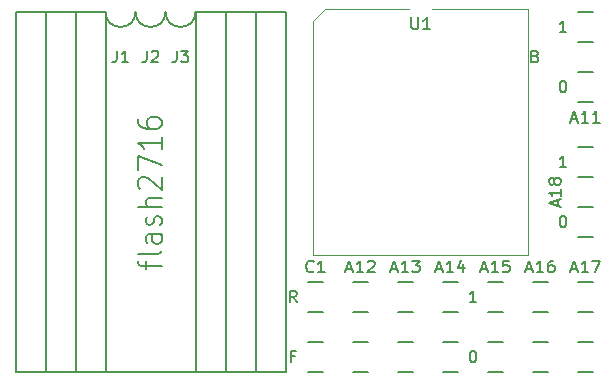
<source format=gto>
G04 #@! TF.GenerationSoftware,KiCad,Pcbnew,8.0.4*
G04 #@! TF.CreationDate,2024-11-26T19:46:24-06:00*
G04 #@! TF.ProjectId,Flash-2716,466c6173-682d-4323-9731-362e6b696361,rev?*
G04 #@! TF.SameCoordinates,Original*
G04 #@! TF.FileFunction,Legend,Top*
G04 #@! TF.FilePolarity,Positive*
%FSLAX46Y46*%
G04 Gerber Fmt 4.6, Leading zero omitted, Abs format (unit mm)*
G04 Created by KiCad (PCBNEW 8.0.4) date 2024-11-26 19:46:24*
%MOMM*%
%LPD*%
G01*
G04 APERTURE LIST*
%ADD10C,0.150000*%
%ADD11C,0.177800*%
%ADD12C,0.120000*%
%ADD13C,1.700000*%
%ADD14O,1.700000X1.700000*%
%ADD15R,1.600000X1.600000*%
%ADD16O,1.600000X1.600000*%
%ADD17R,1.700000X1.700000*%
%ADD18R,1.422400X1.422400*%
%ADD19C,1.422400*%
%ADD20O,1.422400X1.422400*%
G04 APERTURE END LIST*
D10*
X132715000Y-97790000D02*
X133985000Y-97790000D01*
X147955000Y-86360000D02*
X149225000Y-86360000D01*
X123190000Y-74930000D02*
X123190000Y-105410000D01*
X147955000Y-77470000D02*
X149225000Y-77470000D01*
X100330000Y-74930000D02*
X100330000Y-105410000D01*
X147955000Y-91440000D02*
X149225000Y-91440000D01*
X113030000Y-74930000D02*
G75*
G02*
X110490000Y-74930000I-1270000J0D01*
G01*
X105410000Y-74930000D02*
X105410000Y-105410000D01*
X110490000Y-74930000D02*
G75*
G02*
X107950000Y-74930000I-1270000J0D01*
G01*
X147955000Y-93980000D02*
X149225000Y-93980000D01*
X120650000Y-74930000D02*
X120650000Y-105410000D01*
X125095000Y-105410000D02*
X126365000Y-105410000D01*
X147955000Y-97790000D02*
X149225000Y-97790000D01*
X132715000Y-105410000D02*
X133985000Y-105410000D01*
X147955000Y-80010000D02*
X149225000Y-80010000D01*
X140335000Y-105410000D02*
X141605000Y-105410000D01*
X102870000Y-74930000D02*
X102870000Y-105410000D01*
X115570000Y-74930000D02*
X123190000Y-74930000D01*
X100330000Y-74930000D02*
X107950000Y-74930000D01*
X140335000Y-102870000D02*
X141605000Y-102870000D01*
X136525000Y-97790000D02*
X137795000Y-97790000D01*
X140335000Y-97790000D02*
X141605000Y-97790000D01*
X147955000Y-100330000D02*
X149225000Y-100330000D01*
X147955000Y-88900000D02*
X149225000Y-88900000D01*
X147955000Y-74930000D02*
X149225000Y-74930000D01*
X144145000Y-105410000D02*
X145415000Y-105410000D01*
X115570000Y-74930000D02*
X115570000Y-105410000D01*
X118110000Y-74930000D02*
X118110000Y-105410000D01*
X125095000Y-97790000D02*
X126365000Y-97790000D01*
X144145000Y-102870000D02*
X145415000Y-102870000D01*
X147955000Y-82550000D02*
X149225000Y-82550000D01*
X128905000Y-97790000D02*
X130175000Y-97790000D01*
X128905000Y-105410000D02*
X130175000Y-105410000D01*
X136525000Y-100330000D02*
X137795000Y-100330000D01*
X100330000Y-105410000D02*
X123190000Y-105410000D01*
X128905000Y-100330000D02*
X130175000Y-100330000D01*
X144145000Y-97790000D02*
X145415000Y-97790000D01*
X125095000Y-102870000D02*
X126365000Y-102870000D01*
X136525000Y-105410000D02*
X137795000Y-105410000D01*
X140335000Y-100330000D02*
X141605000Y-100330000D01*
X136525000Y-102870000D02*
X137795000Y-102870000D01*
X132715000Y-102870000D02*
X133985000Y-102870000D01*
X147955000Y-102870000D02*
X149225000Y-102870000D01*
X125095000Y-100330000D02*
X126365000Y-100330000D01*
X107950000Y-74930000D02*
X107950000Y-105410000D01*
X115570000Y-74930000D02*
G75*
G02*
X113030000Y-74930000I-1270000J0D01*
G01*
X147955000Y-105410000D02*
X149225000Y-105410000D01*
X144145000Y-100330000D02*
X145415000Y-100330000D01*
X132715000Y-100330000D02*
X133985000Y-100330000D01*
X128905000Y-102870000D02*
X130175000Y-102870000D01*
X146970714Y-76654819D02*
X146399286Y-76654819D01*
X146685000Y-76654819D02*
X146685000Y-75654819D01*
X146685000Y-75654819D02*
X146589762Y-75797676D01*
X146589762Y-75797676D02*
X146494524Y-75892914D01*
X146494524Y-75892914D02*
X146399286Y-75940533D01*
X123967857Y-104071009D02*
X123634524Y-104071009D01*
X123634524Y-104594819D02*
X123634524Y-103594819D01*
X123634524Y-103594819D02*
X124110714Y-103594819D01*
X146970714Y-88084819D02*
X146399286Y-88084819D01*
X146685000Y-88084819D02*
X146685000Y-87084819D01*
X146685000Y-87084819D02*
X146589762Y-87227676D01*
X146589762Y-87227676D02*
X146494524Y-87322914D01*
X146494524Y-87322914D02*
X146399286Y-87370533D01*
X139017381Y-103594819D02*
X139112619Y-103594819D01*
X139112619Y-103594819D02*
X139207857Y-103642438D01*
X139207857Y-103642438D02*
X139255476Y-103690057D01*
X139255476Y-103690057D02*
X139303095Y-103785295D01*
X139303095Y-103785295D02*
X139350714Y-103975771D01*
X139350714Y-103975771D02*
X139350714Y-104213866D01*
X139350714Y-104213866D02*
X139303095Y-104404342D01*
X139303095Y-104404342D02*
X139255476Y-104499580D01*
X139255476Y-104499580D02*
X139207857Y-104547200D01*
X139207857Y-104547200D02*
X139112619Y-104594819D01*
X139112619Y-104594819D02*
X139017381Y-104594819D01*
X139017381Y-104594819D02*
X138922143Y-104547200D01*
X138922143Y-104547200D02*
X138874524Y-104499580D01*
X138874524Y-104499580D02*
X138826905Y-104404342D01*
X138826905Y-104404342D02*
X138779286Y-104213866D01*
X138779286Y-104213866D02*
X138779286Y-103975771D01*
X138779286Y-103975771D02*
X138826905Y-103785295D01*
X138826905Y-103785295D02*
X138874524Y-103690057D01*
X138874524Y-103690057D02*
X138922143Y-103642438D01*
X138922143Y-103642438D02*
X139017381Y-103594819D01*
X144343428Y-78671009D02*
X144486285Y-78718628D01*
X144486285Y-78718628D02*
X144533904Y-78766247D01*
X144533904Y-78766247D02*
X144581523Y-78861485D01*
X144581523Y-78861485D02*
X144581523Y-79004342D01*
X144581523Y-79004342D02*
X144533904Y-79099580D01*
X144533904Y-79099580D02*
X144486285Y-79147200D01*
X144486285Y-79147200D02*
X144391047Y-79194819D01*
X144391047Y-79194819D02*
X144010095Y-79194819D01*
X144010095Y-79194819D02*
X144010095Y-78194819D01*
X144010095Y-78194819D02*
X144343428Y-78194819D01*
X144343428Y-78194819D02*
X144438666Y-78242438D01*
X144438666Y-78242438D02*
X144486285Y-78290057D01*
X144486285Y-78290057D02*
X144533904Y-78385295D01*
X144533904Y-78385295D02*
X144533904Y-78480533D01*
X144533904Y-78480533D02*
X144486285Y-78575771D01*
X144486285Y-78575771D02*
X144438666Y-78623390D01*
X144438666Y-78623390D02*
X144343428Y-78671009D01*
X144343428Y-78671009D02*
X144010095Y-78671009D01*
D11*
X111336129Y-96689332D02*
X111336129Y-96011999D01*
X112690795Y-96435332D02*
X110949081Y-96435332D01*
X110949081Y-96435332D02*
X110755557Y-96350666D01*
X110755557Y-96350666D02*
X110658795Y-96181332D01*
X110658795Y-96181332D02*
X110658795Y-96011999D01*
X112690795Y-95165332D02*
X112594034Y-95334666D01*
X112594034Y-95334666D02*
X112400510Y-95419332D01*
X112400510Y-95419332D02*
X110658795Y-95419332D01*
X112690795Y-93725999D02*
X111626414Y-93725999D01*
X111626414Y-93725999D02*
X111432891Y-93810666D01*
X111432891Y-93810666D02*
X111336129Y-93979999D01*
X111336129Y-93979999D02*
X111336129Y-94318666D01*
X111336129Y-94318666D02*
X111432891Y-94487999D01*
X112594034Y-93725999D02*
X112690795Y-93895333D01*
X112690795Y-93895333D02*
X112690795Y-94318666D01*
X112690795Y-94318666D02*
X112594034Y-94487999D01*
X112594034Y-94487999D02*
X112400510Y-94572666D01*
X112400510Y-94572666D02*
X112206986Y-94572666D01*
X112206986Y-94572666D02*
X112013462Y-94487999D01*
X112013462Y-94487999D02*
X111916700Y-94318666D01*
X111916700Y-94318666D02*
X111916700Y-93895333D01*
X111916700Y-93895333D02*
X111819938Y-93725999D01*
X112594034Y-92963999D02*
X112690795Y-92794666D01*
X112690795Y-92794666D02*
X112690795Y-92455999D01*
X112690795Y-92455999D02*
X112594034Y-92286666D01*
X112594034Y-92286666D02*
X112400510Y-92201999D01*
X112400510Y-92201999D02*
X112303748Y-92201999D01*
X112303748Y-92201999D02*
X112110224Y-92286666D01*
X112110224Y-92286666D02*
X112013462Y-92455999D01*
X112013462Y-92455999D02*
X112013462Y-92709999D01*
X112013462Y-92709999D02*
X111916700Y-92879332D01*
X111916700Y-92879332D02*
X111723176Y-92963999D01*
X111723176Y-92963999D02*
X111626414Y-92963999D01*
X111626414Y-92963999D02*
X111432891Y-92879332D01*
X111432891Y-92879332D02*
X111336129Y-92709999D01*
X111336129Y-92709999D02*
X111336129Y-92455999D01*
X111336129Y-92455999D02*
X111432891Y-92286666D01*
X112690795Y-91439999D02*
X110658795Y-91439999D01*
X112690795Y-90677999D02*
X111626414Y-90677999D01*
X111626414Y-90677999D02*
X111432891Y-90762666D01*
X111432891Y-90762666D02*
X111336129Y-90931999D01*
X111336129Y-90931999D02*
X111336129Y-91185999D01*
X111336129Y-91185999D02*
X111432891Y-91355333D01*
X111432891Y-91355333D02*
X111529653Y-91439999D01*
X110852319Y-89915999D02*
X110755557Y-89831332D01*
X110755557Y-89831332D02*
X110658795Y-89661999D01*
X110658795Y-89661999D02*
X110658795Y-89238666D01*
X110658795Y-89238666D02*
X110755557Y-89069332D01*
X110755557Y-89069332D02*
X110852319Y-88984666D01*
X110852319Y-88984666D02*
X111045843Y-88899999D01*
X111045843Y-88899999D02*
X111239367Y-88899999D01*
X111239367Y-88899999D02*
X111529653Y-88984666D01*
X111529653Y-88984666D02*
X112690795Y-90000666D01*
X112690795Y-90000666D02*
X112690795Y-88899999D01*
X110658795Y-88307333D02*
X110658795Y-87121999D01*
X110658795Y-87121999D02*
X112690795Y-87883999D01*
X112690795Y-85513333D02*
X112690795Y-86529333D01*
X112690795Y-86021333D02*
X110658795Y-86021333D01*
X110658795Y-86021333D02*
X110949081Y-86190666D01*
X110949081Y-86190666D02*
X111142605Y-86360000D01*
X111142605Y-86360000D02*
X111239367Y-86529333D01*
X110658795Y-83989333D02*
X110658795Y-84328000D01*
X110658795Y-84328000D02*
X110755557Y-84497333D01*
X110755557Y-84497333D02*
X110852319Y-84582000D01*
X110852319Y-84582000D02*
X111142605Y-84751333D01*
X111142605Y-84751333D02*
X111529653Y-84836000D01*
X111529653Y-84836000D02*
X112303748Y-84836000D01*
X112303748Y-84836000D02*
X112497272Y-84751333D01*
X112497272Y-84751333D02*
X112594034Y-84666667D01*
X112594034Y-84666667D02*
X112690795Y-84497333D01*
X112690795Y-84497333D02*
X112690795Y-84158667D01*
X112690795Y-84158667D02*
X112594034Y-83989333D01*
X112594034Y-83989333D02*
X112497272Y-83904667D01*
X112497272Y-83904667D02*
X112303748Y-83820000D01*
X112303748Y-83820000D02*
X111819938Y-83820000D01*
X111819938Y-83820000D02*
X111626414Y-83904667D01*
X111626414Y-83904667D02*
X111529653Y-83989333D01*
X111529653Y-83989333D02*
X111432891Y-84158667D01*
X111432891Y-84158667D02*
X111432891Y-84497333D01*
X111432891Y-84497333D02*
X111529653Y-84666667D01*
X111529653Y-84666667D02*
X111626414Y-84751333D01*
X111626414Y-84751333D02*
X111819938Y-84836000D01*
D10*
X108886666Y-78194819D02*
X108886666Y-78909104D01*
X108886666Y-78909104D02*
X108839047Y-79051961D01*
X108839047Y-79051961D02*
X108743809Y-79147200D01*
X108743809Y-79147200D02*
X108600952Y-79194819D01*
X108600952Y-79194819D02*
X108505714Y-79194819D01*
X109886666Y-79194819D02*
X109315238Y-79194819D01*
X109600952Y-79194819D02*
X109600952Y-78194819D01*
X109600952Y-78194819D02*
X109505714Y-78337676D01*
X109505714Y-78337676D02*
X109410476Y-78432914D01*
X109410476Y-78432914D02*
X109315238Y-78480533D01*
X146637381Y-80734819D02*
X146732619Y-80734819D01*
X146732619Y-80734819D02*
X146827857Y-80782438D01*
X146827857Y-80782438D02*
X146875476Y-80830057D01*
X146875476Y-80830057D02*
X146923095Y-80925295D01*
X146923095Y-80925295D02*
X146970714Y-81115771D01*
X146970714Y-81115771D02*
X146970714Y-81353866D01*
X146970714Y-81353866D02*
X146923095Y-81544342D01*
X146923095Y-81544342D02*
X146875476Y-81639580D01*
X146875476Y-81639580D02*
X146827857Y-81687200D01*
X146827857Y-81687200D02*
X146732619Y-81734819D01*
X146732619Y-81734819D02*
X146637381Y-81734819D01*
X146637381Y-81734819D02*
X146542143Y-81687200D01*
X146542143Y-81687200D02*
X146494524Y-81639580D01*
X146494524Y-81639580D02*
X146446905Y-81544342D01*
X146446905Y-81544342D02*
X146399286Y-81353866D01*
X146399286Y-81353866D02*
X146399286Y-81115771D01*
X146399286Y-81115771D02*
X146446905Y-80925295D01*
X146446905Y-80925295D02*
X146494524Y-80830057D01*
X146494524Y-80830057D02*
X146542143Y-80782438D01*
X146542143Y-80782438D02*
X146637381Y-80734819D01*
X139350714Y-99514819D02*
X138779286Y-99514819D01*
X139065000Y-99514819D02*
X139065000Y-98514819D01*
X139065000Y-98514819D02*
X138969762Y-98657676D01*
X138969762Y-98657676D02*
X138874524Y-98752914D01*
X138874524Y-98752914D02*
X138779286Y-98800533D01*
X124134523Y-99514819D02*
X123801190Y-99038628D01*
X123563095Y-99514819D02*
X123563095Y-98514819D01*
X123563095Y-98514819D02*
X123944047Y-98514819D01*
X123944047Y-98514819D02*
X124039285Y-98562438D01*
X124039285Y-98562438D02*
X124086904Y-98610057D01*
X124086904Y-98610057D02*
X124134523Y-98705295D01*
X124134523Y-98705295D02*
X124134523Y-98848152D01*
X124134523Y-98848152D02*
X124086904Y-98943390D01*
X124086904Y-98943390D02*
X124039285Y-98991009D01*
X124039285Y-98991009D02*
X123944047Y-99038628D01*
X123944047Y-99038628D02*
X123563095Y-99038628D01*
X146637381Y-92164819D02*
X146732619Y-92164819D01*
X146732619Y-92164819D02*
X146827857Y-92212438D01*
X146827857Y-92212438D02*
X146875476Y-92260057D01*
X146875476Y-92260057D02*
X146923095Y-92355295D01*
X146923095Y-92355295D02*
X146970714Y-92545771D01*
X146970714Y-92545771D02*
X146970714Y-92783866D01*
X146970714Y-92783866D02*
X146923095Y-92974342D01*
X146923095Y-92974342D02*
X146875476Y-93069580D01*
X146875476Y-93069580D02*
X146827857Y-93117200D01*
X146827857Y-93117200D02*
X146732619Y-93164819D01*
X146732619Y-93164819D02*
X146637381Y-93164819D01*
X146637381Y-93164819D02*
X146542143Y-93117200D01*
X146542143Y-93117200D02*
X146494524Y-93069580D01*
X146494524Y-93069580D02*
X146446905Y-92974342D01*
X146446905Y-92974342D02*
X146399286Y-92783866D01*
X146399286Y-92783866D02*
X146399286Y-92545771D01*
X146399286Y-92545771D02*
X146446905Y-92355295D01*
X146446905Y-92355295D02*
X146494524Y-92260057D01*
X146494524Y-92260057D02*
X146542143Y-92212438D01*
X146542143Y-92212438D02*
X146637381Y-92164819D01*
X147399524Y-84004104D02*
X147875714Y-84004104D01*
X147304286Y-84289819D02*
X147637619Y-83289819D01*
X147637619Y-83289819D02*
X147970952Y-84289819D01*
X148828095Y-84289819D02*
X148256667Y-84289819D01*
X148542381Y-84289819D02*
X148542381Y-83289819D01*
X148542381Y-83289819D02*
X148447143Y-83432676D01*
X148447143Y-83432676D02*
X148351905Y-83527914D01*
X148351905Y-83527914D02*
X148256667Y-83575533D01*
X149780476Y-84289819D02*
X149209048Y-84289819D01*
X149494762Y-84289819D02*
X149494762Y-83289819D01*
X149494762Y-83289819D02*
X149399524Y-83432676D01*
X149399524Y-83432676D02*
X149304286Y-83527914D01*
X149304286Y-83527914D02*
X149209048Y-83575533D01*
X147399524Y-96689104D02*
X147875714Y-96689104D01*
X147304286Y-96974819D02*
X147637619Y-95974819D01*
X147637619Y-95974819D02*
X147970952Y-96974819D01*
X148828095Y-96974819D02*
X148256667Y-96974819D01*
X148542381Y-96974819D02*
X148542381Y-95974819D01*
X148542381Y-95974819D02*
X148447143Y-96117676D01*
X148447143Y-96117676D02*
X148351905Y-96212914D01*
X148351905Y-96212914D02*
X148256667Y-96260533D01*
X149161429Y-95974819D02*
X149828095Y-95974819D01*
X149828095Y-95974819D02*
X149399524Y-96974819D01*
X113966666Y-78194819D02*
X113966666Y-78909104D01*
X113966666Y-78909104D02*
X113919047Y-79051961D01*
X113919047Y-79051961D02*
X113823809Y-79147200D01*
X113823809Y-79147200D02*
X113680952Y-79194819D01*
X113680952Y-79194819D02*
X113585714Y-79194819D01*
X114347619Y-78194819D02*
X114966666Y-78194819D01*
X114966666Y-78194819D02*
X114633333Y-78575771D01*
X114633333Y-78575771D02*
X114776190Y-78575771D01*
X114776190Y-78575771D02*
X114871428Y-78623390D01*
X114871428Y-78623390D02*
X114919047Y-78671009D01*
X114919047Y-78671009D02*
X114966666Y-78766247D01*
X114966666Y-78766247D02*
X114966666Y-79004342D01*
X114966666Y-79004342D02*
X114919047Y-79099580D01*
X114919047Y-79099580D02*
X114871428Y-79147200D01*
X114871428Y-79147200D02*
X114776190Y-79194819D01*
X114776190Y-79194819D02*
X114490476Y-79194819D01*
X114490476Y-79194819D02*
X114395238Y-79147200D01*
X114395238Y-79147200D02*
X114347619Y-79099580D01*
X111426666Y-78194819D02*
X111426666Y-78909104D01*
X111426666Y-78909104D02*
X111379047Y-79051961D01*
X111379047Y-79051961D02*
X111283809Y-79147200D01*
X111283809Y-79147200D02*
X111140952Y-79194819D01*
X111140952Y-79194819D02*
X111045714Y-79194819D01*
X111855238Y-78290057D02*
X111902857Y-78242438D01*
X111902857Y-78242438D02*
X111998095Y-78194819D01*
X111998095Y-78194819D02*
X112236190Y-78194819D01*
X112236190Y-78194819D02*
X112331428Y-78242438D01*
X112331428Y-78242438D02*
X112379047Y-78290057D01*
X112379047Y-78290057D02*
X112426666Y-78385295D01*
X112426666Y-78385295D02*
X112426666Y-78480533D01*
X112426666Y-78480533D02*
X112379047Y-78623390D01*
X112379047Y-78623390D02*
X111807619Y-79194819D01*
X111807619Y-79194819D02*
X112426666Y-79194819D01*
X135969524Y-96689104D02*
X136445714Y-96689104D01*
X135874286Y-96974819D02*
X136207619Y-95974819D01*
X136207619Y-95974819D02*
X136540952Y-96974819D01*
X137398095Y-96974819D02*
X136826667Y-96974819D01*
X137112381Y-96974819D02*
X137112381Y-95974819D01*
X137112381Y-95974819D02*
X137017143Y-96117676D01*
X137017143Y-96117676D02*
X136921905Y-96212914D01*
X136921905Y-96212914D02*
X136826667Y-96260533D01*
X138255238Y-96308152D02*
X138255238Y-96974819D01*
X138017143Y-95927200D02*
X137779048Y-96641485D01*
X137779048Y-96641485D02*
X138398095Y-96641485D01*
X125563333Y-96879580D02*
X125515714Y-96927200D01*
X125515714Y-96927200D02*
X125372857Y-96974819D01*
X125372857Y-96974819D02*
X125277619Y-96974819D01*
X125277619Y-96974819D02*
X125134762Y-96927200D01*
X125134762Y-96927200D02*
X125039524Y-96831961D01*
X125039524Y-96831961D02*
X124991905Y-96736723D01*
X124991905Y-96736723D02*
X124944286Y-96546247D01*
X124944286Y-96546247D02*
X124944286Y-96403390D01*
X124944286Y-96403390D02*
X124991905Y-96212914D01*
X124991905Y-96212914D02*
X125039524Y-96117676D01*
X125039524Y-96117676D02*
X125134762Y-96022438D01*
X125134762Y-96022438D02*
X125277619Y-95974819D01*
X125277619Y-95974819D02*
X125372857Y-95974819D01*
X125372857Y-95974819D02*
X125515714Y-96022438D01*
X125515714Y-96022438D02*
X125563333Y-96070057D01*
X126515714Y-96974819D02*
X125944286Y-96974819D01*
X126230000Y-96974819D02*
X126230000Y-95974819D01*
X126230000Y-95974819D02*
X126134762Y-96117676D01*
X126134762Y-96117676D02*
X126039524Y-96212914D01*
X126039524Y-96212914D02*
X125944286Y-96260533D01*
X146219104Y-91360475D02*
X146219104Y-90884285D01*
X146504819Y-91455713D02*
X145504819Y-91122380D01*
X145504819Y-91122380D02*
X146504819Y-90789047D01*
X146504819Y-89931904D02*
X146504819Y-90503332D01*
X146504819Y-90217618D02*
X145504819Y-90217618D01*
X145504819Y-90217618D02*
X145647676Y-90312856D01*
X145647676Y-90312856D02*
X145742914Y-90408094D01*
X145742914Y-90408094D02*
X145790533Y-90503332D01*
X145933390Y-89360475D02*
X145885771Y-89455713D01*
X145885771Y-89455713D02*
X145838152Y-89503332D01*
X145838152Y-89503332D02*
X145742914Y-89550951D01*
X145742914Y-89550951D02*
X145695295Y-89550951D01*
X145695295Y-89550951D02*
X145600057Y-89503332D01*
X145600057Y-89503332D02*
X145552438Y-89455713D01*
X145552438Y-89455713D02*
X145504819Y-89360475D01*
X145504819Y-89360475D02*
X145504819Y-89169999D01*
X145504819Y-89169999D02*
X145552438Y-89074761D01*
X145552438Y-89074761D02*
X145600057Y-89027142D01*
X145600057Y-89027142D02*
X145695295Y-88979523D01*
X145695295Y-88979523D02*
X145742914Y-88979523D01*
X145742914Y-88979523D02*
X145838152Y-89027142D01*
X145838152Y-89027142D02*
X145885771Y-89074761D01*
X145885771Y-89074761D02*
X145933390Y-89169999D01*
X145933390Y-89169999D02*
X145933390Y-89360475D01*
X145933390Y-89360475D02*
X145981009Y-89455713D01*
X145981009Y-89455713D02*
X146028628Y-89503332D01*
X146028628Y-89503332D02*
X146123866Y-89550951D01*
X146123866Y-89550951D02*
X146314342Y-89550951D01*
X146314342Y-89550951D02*
X146409580Y-89503332D01*
X146409580Y-89503332D02*
X146457200Y-89455713D01*
X146457200Y-89455713D02*
X146504819Y-89360475D01*
X146504819Y-89360475D02*
X146504819Y-89169999D01*
X146504819Y-89169999D02*
X146457200Y-89074761D01*
X146457200Y-89074761D02*
X146409580Y-89027142D01*
X146409580Y-89027142D02*
X146314342Y-88979523D01*
X146314342Y-88979523D02*
X146123866Y-88979523D01*
X146123866Y-88979523D02*
X146028628Y-89027142D01*
X146028628Y-89027142D02*
X145981009Y-89074761D01*
X145981009Y-89074761D02*
X145933390Y-89169999D01*
X139779524Y-96689104D02*
X140255714Y-96689104D01*
X139684286Y-96974819D02*
X140017619Y-95974819D01*
X140017619Y-95974819D02*
X140350952Y-96974819D01*
X141208095Y-96974819D02*
X140636667Y-96974819D01*
X140922381Y-96974819D02*
X140922381Y-95974819D01*
X140922381Y-95974819D02*
X140827143Y-96117676D01*
X140827143Y-96117676D02*
X140731905Y-96212914D01*
X140731905Y-96212914D02*
X140636667Y-96260533D01*
X142112857Y-95974819D02*
X141636667Y-95974819D01*
X141636667Y-95974819D02*
X141589048Y-96451009D01*
X141589048Y-96451009D02*
X141636667Y-96403390D01*
X141636667Y-96403390D02*
X141731905Y-96355771D01*
X141731905Y-96355771D02*
X141970000Y-96355771D01*
X141970000Y-96355771D02*
X142065238Y-96403390D01*
X142065238Y-96403390D02*
X142112857Y-96451009D01*
X142112857Y-96451009D02*
X142160476Y-96546247D01*
X142160476Y-96546247D02*
X142160476Y-96784342D01*
X142160476Y-96784342D02*
X142112857Y-96879580D01*
X142112857Y-96879580D02*
X142065238Y-96927200D01*
X142065238Y-96927200D02*
X141970000Y-96974819D01*
X141970000Y-96974819D02*
X141731905Y-96974819D01*
X141731905Y-96974819D02*
X141636667Y-96927200D01*
X141636667Y-96927200D02*
X141589048Y-96879580D01*
X143589524Y-96689104D02*
X144065714Y-96689104D01*
X143494286Y-96974819D02*
X143827619Y-95974819D01*
X143827619Y-95974819D02*
X144160952Y-96974819D01*
X145018095Y-96974819D02*
X144446667Y-96974819D01*
X144732381Y-96974819D02*
X144732381Y-95974819D01*
X144732381Y-95974819D02*
X144637143Y-96117676D01*
X144637143Y-96117676D02*
X144541905Y-96212914D01*
X144541905Y-96212914D02*
X144446667Y-96260533D01*
X145875238Y-95974819D02*
X145684762Y-95974819D01*
X145684762Y-95974819D02*
X145589524Y-96022438D01*
X145589524Y-96022438D02*
X145541905Y-96070057D01*
X145541905Y-96070057D02*
X145446667Y-96212914D01*
X145446667Y-96212914D02*
X145399048Y-96403390D01*
X145399048Y-96403390D02*
X145399048Y-96784342D01*
X145399048Y-96784342D02*
X145446667Y-96879580D01*
X145446667Y-96879580D02*
X145494286Y-96927200D01*
X145494286Y-96927200D02*
X145589524Y-96974819D01*
X145589524Y-96974819D02*
X145780000Y-96974819D01*
X145780000Y-96974819D02*
X145875238Y-96927200D01*
X145875238Y-96927200D02*
X145922857Y-96879580D01*
X145922857Y-96879580D02*
X145970476Y-96784342D01*
X145970476Y-96784342D02*
X145970476Y-96546247D01*
X145970476Y-96546247D02*
X145922857Y-96451009D01*
X145922857Y-96451009D02*
X145875238Y-96403390D01*
X145875238Y-96403390D02*
X145780000Y-96355771D01*
X145780000Y-96355771D02*
X145589524Y-96355771D01*
X145589524Y-96355771D02*
X145494286Y-96403390D01*
X145494286Y-96403390D02*
X145446667Y-96451009D01*
X145446667Y-96451009D02*
X145399048Y-96546247D01*
X132159524Y-96689104D02*
X132635714Y-96689104D01*
X132064286Y-96974819D02*
X132397619Y-95974819D01*
X132397619Y-95974819D02*
X132730952Y-96974819D01*
X133588095Y-96974819D02*
X133016667Y-96974819D01*
X133302381Y-96974819D02*
X133302381Y-95974819D01*
X133302381Y-95974819D02*
X133207143Y-96117676D01*
X133207143Y-96117676D02*
X133111905Y-96212914D01*
X133111905Y-96212914D02*
X133016667Y-96260533D01*
X133921429Y-95974819D02*
X134540476Y-95974819D01*
X134540476Y-95974819D02*
X134207143Y-96355771D01*
X134207143Y-96355771D02*
X134350000Y-96355771D01*
X134350000Y-96355771D02*
X134445238Y-96403390D01*
X134445238Y-96403390D02*
X134492857Y-96451009D01*
X134492857Y-96451009D02*
X134540476Y-96546247D01*
X134540476Y-96546247D02*
X134540476Y-96784342D01*
X134540476Y-96784342D02*
X134492857Y-96879580D01*
X134492857Y-96879580D02*
X134445238Y-96927200D01*
X134445238Y-96927200D02*
X134350000Y-96974819D01*
X134350000Y-96974819D02*
X134064286Y-96974819D01*
X134064286Y-96974819D02*
X133969048Y-96927200D01*
X133969048Y-96927200D02*
X133921429Y-96879580D01*
X133853095Y-75395819D02*
X133853095Y-76205342D01*
X133853095Y-76205342D02*
X133900714Y-76300580D01*
X133900714Y-76300580D02*
X133948333Y-76348200D01*
X133948333Y-76348200D02*
X134043571Y-76395819D01*
X134043571Y-76395819D02*
X134234047Y-76395819D01*
X134234047Y-76395819D02*
X134329285Y-76348200D01*
X134329285Y-76348200D02*
X134376904Y-76300580D01*
X134376904Y-76300580D02*
X134424523Y-76205342D01*
X134424523Y-76205342D02*
X134424523Y-75395819D01*
X135424523Y-76395819D02*
X134853095Y-76395819D01*
X135138809Y-76395819D02*
X135138809Y-75395819D01*
X135138809Y-75395819D02*
X135043571Y-75538676D01*
X135043571Y-75538676D02*
X134948333Y-75633914D01*
X134948333Y-75633914D02*
X134853095Y-75681533D01*
X128349524Y-96689104D02*
X128825714Y-96689104D01*
X128254286Y-96974819D02*
X128587619Y-95974819D01*
X128587619Y-95974819D02*
X128920952Y-96974819D01*
X129778095Y-96974819D02*
X129206667Y-96974819D01*
X129492381Y-96974819D02*
X129492381Y-95974819D01*
X129492381Y-95974819D02*
X129397143Y-96117676D01*
X129397143Y-96117676D02*
X129301905Y-96212914D01*
X129301905Y-96212914D02*
X129206667Y-96260533D01*
X130159048Y-96070057D02*
X130206667Y-96022438D01*
X130206667Y-96022438D02*
X130301905Y-95974819D01*
X130301905Y-95974819D02*
X130540000Y-95974819D01*
X130540000Y-95974819D02*
X130635238Y-96022438D01*
X130635238Y-96022438D02*
X130682857Y-96070057D01*
X130682857Y-96070057D02*
X130730476Y-96165295D01*
X130730476Y-96165295D02*
X130730476Y-96260533D01*
X130730476Y-96260533D02*
X130682857Y-96403390D01*
X130682857Y-96403390D02*
X130111429Y-96974819D01*
X130111429Y-96974819D02*
X130730476Y-96974819D01*
D12*
X125495000Y-75690000D02*
X125495000Y-95490000D01*
X125495000Y-95490000D02*
X143745000Y-95490000D01*
X126495000Y-74690000D02*
X125495000Y-75690000D01*
X133620000Y-74690000D02*
X126495000Y-74690000D01*
X143745000Y-74690000D02*
X135620000Y-74690000D01*
X143745000Y-95490000D02*
X143745000Y-74690000D01*
%LPC*%
D13*
X148590000Y-76215000D03*
D14*
X148590000Y-78755000D03*
X148590000Y-81295000D03*
D13*
X148590000Y-99075000D03*
D14*
X148590000Y-101615000D03*
X148590000Y-104155000D03*
D15*
X106680000Y-76200000D03*
D16*
X106680000Y-78740000D03*
X106680000Y-81280000D03*
X106680000Y-83820000D03*
X106680000Y-86360000D03*
X106680000Y-88900000D03*
X106680000Y-91440000D03*
X106680000Y-93980000D03*
X106680000Y-96520000D03*
X106680000Y-99060000D03*
X106680000Y-101600000D03*
X106680000Y-104140000D03*
X121920000Y-104140000D03*
X121920000Y-101600000D03*
X121920000Y-99060000D03*
X121920000Y-96520000D03*
X121920000Y-93980000D03*
X121920000Y-91440000D03*
X121920000Y-88900000D03*
X121920000Y-86360000D03*
X121920000Y-83820000D03*
X121920000Y-81280000D03*
X121920000Y-78740000D03*
X121920000Y-76200000D03*
D13*
X146050000Y-78755000D03*
D15*
X104140000Y-76200000D03*
D16*
X104140000Y-78740000D03*
X104140000Y-81280000D03*
X104140000Y-83820000D03*
X104140000Y-86360000D03*
X104140000Y-88900000D03*
X104140000Y-91440000D03*
X104140000Y-93980000D03*
X104140000Y-96520000D03*
X104140000Y-99060000D03*
X104140000Y-101600000D03*
X104140000Y-104140000D03*
X119380000Y-104140000D03*
X119380000Y-101600000D03*
X119380000Y-99060000D03*
X119380000Y-96520000D03*
X119380000Y-93980000D03*
X119380000Y-91440000D03*
X119380000Y-88900000D03*
X119380000Y-86360000D03*
X119380000Y-83820000D03*
X119380000Y-81280000D03*
X119380000Y-78740000D03*
X119380000Y-76200000D03*
D13*
X137160000Y-99075000D03*
D14*
X137160000Y-101615000D03*
X137160000Y-104155000D03*
D17*
X125730000Y-99060000D03*
D14*
X125730000Y-101600000D03*
X125730000Y-104140000D03*
D13*
X148590000Y-87630000D03*
D14*
X148590000Y-90170000D03*
X148590000Y-92710000D03*
D13*
X140970000Y-99060000D03*
D14*
X140970000Y-101600000D03*
X140970000Y-104140000D03*
D13*
X144780000Y-99075000D03*
D14*
X144780000Y-101615000D03*
X144780000Y-104155000D03*
D13*
X133350000Y-99075000D03*
D14*
X133350000Y-101615000D03*
X133350000Y-104155000D03*
D18*
X135890000Y-80010000D03*
D19*
X133350000Y-77470000D03*
X133350000Y-80010000D03*
X130810000Y-77470000D03*
X128270000Y-80010000D03*
X130810000Y-80010000D03*
X128270000Y-82550000D03*
X130810000Y-82550000D03*
X128270000Y-85090000D03*
X130810000Y-85090000D03*
X128270000Y-87630000D03*
X130810000Y-87630000D03*
X128270000Y-90170000D03*
X130810000Y-92710000D03*
X130810000Y-90170000D03*
X133350000Y-92710000D03*
X133350000Y-90170000D03*
X135890000Y-92710000D03*
X135890000Y-90170000D03*
X138430000Y-92710000D03*
X140970000Y-90170000D03*
X138430000Y-90170000D03*
X140970000Y-87630000D03*
X138430000Y-87630000D03*
X140970000Y-85090000D03*
X138430000Y-85090000D03*
X140970000Y-82550000D03*
X138430000Y-82550000D03*
X140970000Y-80010000D03*
X138430000Y-77470000D03*
X138430000Y-80010000D03*
X135890000Y-77470000D03*
D13*
X129540000Y-99075000D03*
D14*
X129540000Y-101615000D03*
X129540000Y-104155000D03*
D18*
X101600000Y-76200000D03*
D20*
X101600000Y-78740000D03*
X101600000Y-81280000D03*
X101600000Y-83820000D03*
X101600000Y-86360000D03*
X101600000Y-88900000D03*
X101600000Y-91440000D03*
X101600000Y-93980000D03*
X101600000Y-96520000D03*
X101600000Y-99060000D03*
X101600000Y-101600000D03*
X101600000Y-104140000D03*
D19*
X116840000Y-76200000D03*
D20*
X116840000Y-78740000D03*
X116840000Y-81280000D03*
X116840000Y-83820000D03*
X116840000Y-86360000D03*
X116840000Y-88900000D03*
X116840000Y-91440000D03*
X116840000Y-93980000D03*
X116840000Y-96520000D03*
X116840000Y-99060000D03*
X116840000Y-101600000D03*
X116840000Y-104140000D03*
%LPD*%
M02*

</source>
